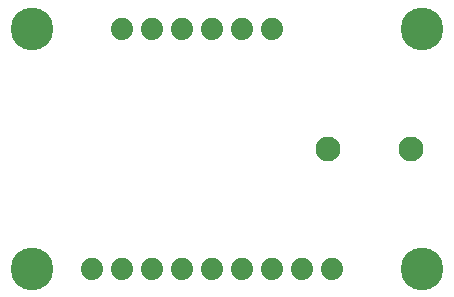
<source format=gbr>
G04 EAGLE Gerber RS-274X export*
G75*
%MOMM*%
%FSLAX34Y34*%
%LPD*%
%INSoldermask Bottom*%
%IPPOS*%
%AMOC8*
5,1,8,0,0,1.08239X$1,22.5*%
G01*
%ADD10C,3.617600*%
%ADD11C,2.101600*%
%ADD12C,1.879600*%


D10*
X25400Y25400D03*
X355600Y25400D03*
X25400Y228600D03*
X355600Y228600D03*
D11*
X346000Y127000D03*
X276000Y127000D03*
D12*
X76200Y25400D03*
X101600Y25400D03*
X127000Y25400D03*
X152400Y25400D03*
X177800Y25400D03*
X203200Y25400D03*
X228600Y25400D03*
X254000Y25400D03*
X279400Y25400D03*
X101600Y228600D03*
X127000Y228600D03*
X152400Y228600D03*
X177800Y228600D03*
X203200Y228600D03*
X228600Y228600D03*
M02*

</source>
